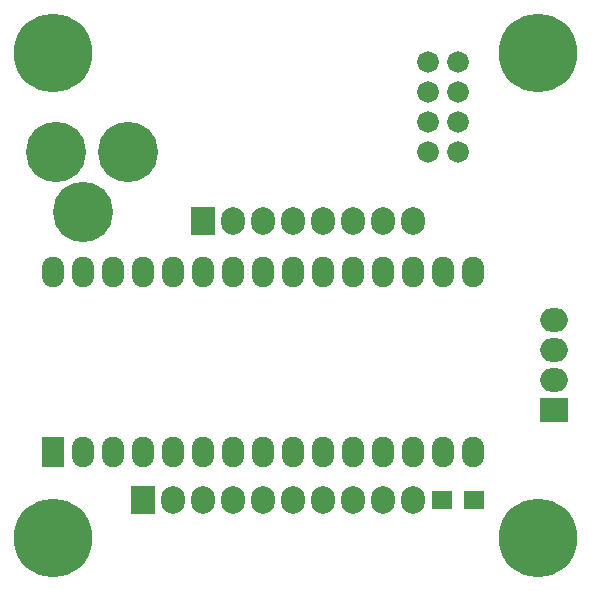
<source format=gts>
G04 #@! TF.FileFunction,Soldermask,Top*
%FSLAX46Y46*%
G04 Gerber Fmt 4.6, Leading zero omitted, Abs format (unit mm)*
G04 Created by KiCad (PCBNEW (after 2015-mar-04 BZR unknown)-product) date 7/19/2015 3:27:23 PM*
%MOMM*%
G01*
G04 APERTURE LIST*
%ADD10C,0.150000*%
%ADD11C,6.654800*%
%ADD12R,1.804800X1.604800*%
%ADD13R,2.336800X2.032000*%
%ADD14O,2.336800X2.032000*%
%ADD15R,1.879600X2.590800*%
%ADD16O,1.879600X2.590800*%
%ADD17C,5.105400*%
%ADD18C,1.828800*%
%ADD19R,2.032000X2.336800*%
%ADD20O,2.032000X2.336800*%
G04 APERTURE END LIST*
D10*
D11*
X14000000Y-55000000D03*
X55000000Y-55000000D03*
X55000000Y-14000000D03*
X14000000Y-14000000D03*
D12*
X49610000Y-51816000D03*
X46910000Y-51816000D03*
D13*
X56388000Y-44196000D03*
D14*
X56388000Y-41656000D03*
X56388000Y-39116000D03*
X56388000Y-36576000D03*
D15*
X13970000Y-47752000D03*
D16*
X16510000Y-47752000D03*
X19050000Y-47752000D03*
X21590000Y-47752000D03*
X24130000Y-47752000D03*
X26670000Y-47752000D03*
X29210000Y-47752000D03*
X31750000Y-47752000D03*
X34290000Y-47752000D03*
X36830000Y-47752000D03*
X39370000Y-47752000D03*
X41910000Y-47752000D03*
X44450000Y-47752000D03*
X46990000Y-47752000D03*
X49530000Y-47752000D03*
X49530000Y-32512000D03*
X46990000Y-32512000D03*
X44450000Y-32512000D03*
X41910000Y-32512000D03*
X39370000Y-32512000D03*
X36830000Y-32512000D03*
X34290000Y-32512000D03*
X31750000Y-32512000D03*
X29210000Y-32512000D03*
X26670000Y-32512000D03*
X24130000Y-32512000D03*
X21590000Y-32512000D03*
X19050000Y-32512000D03*
X16510000Y-32512000D03*
X13970000Y-32512000D03*
D17*
X14224000Y-22352000D03*
X20320000Y-22352000D03*
X16510000Y-27432000D03*
D18*
X48260000Y-22352000D03*
X45720000Y-22352000D03*
X48260000Y-19812000D03*
X45720000Y-19812000D03*
X48260000Y-17272000D03*
X45720000Y-17272000D03*
X48260000Y-14732000D03*
X45720000Y-14732000D03*
D19*
X21590000Y-51816000D03*
D20*
X24130000Y-51816000D03*
X26670000Y-51816000D03*
X29210000Y-51816000D03*
X31750000Y-51816000D03*
X34290000Y-51816000D03*
X36830000Y-51816000D03*
X39370000Y-51816000D03*
X41910000Y-51816000D03*
X44450000Y-51816000D03*
D19*
X26670000Y-28194000D03*
D20*
X29210000Y-28194000D03*
X31750000Y-28194000D03*
X34290000Y-28194000D03*
X36830000Y-28194000D03*
X39370000Y-28194000D03*
X41910000Y-28194000D03*
X44450000Y-28194000D03*
M02*

</source>
